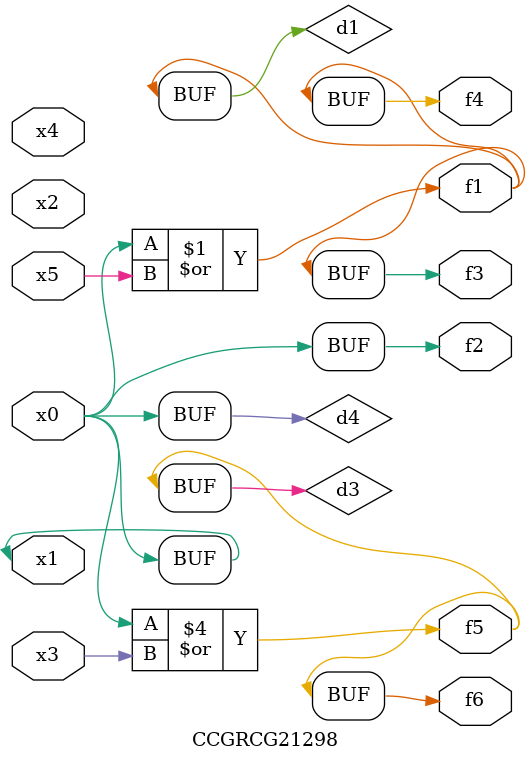
<source format=v>
module CCGRCG21298(
	input x0, x1, x2, x3, x4, x5,
	output f1, f2, f3, f4, f5, f6
);

	wire d1, d2, d3, d4;

	or (d1, x0, x5);
	xnor (d2, x1, x4);
	or (d3, x0, x3);
	buf (d4, x0, x1);
	assign f1 = d1;
	assign f2 = d4;
	assign f3 = d1;
	assign f4 = d1;
	assign f5 = d3;
	assign f6 = d3;
endmodule

</source>
